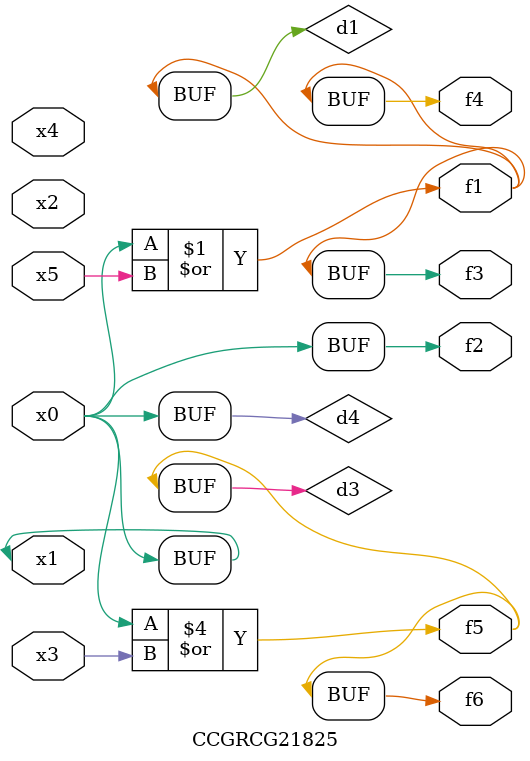
<source format=v>
module CCGRCG21825(
	input x0, x1, x2, x3, x4, x5,
	output f1, f2, f3, f4, f5, f6
);

	wire d1, d2, d3, d4;

	or (d1, x0, x5);
	xnor (d2, x1, x4);
	or (d3, x0, x3);
	buf (d4, x0, x1);
	assign f1 = d1;
	assign f2 = d4;
	assign f3 = d1;
	assign f4 = d1;
	assign f5 = d3;
	assign f6 = d3;
endmodule

</source>
